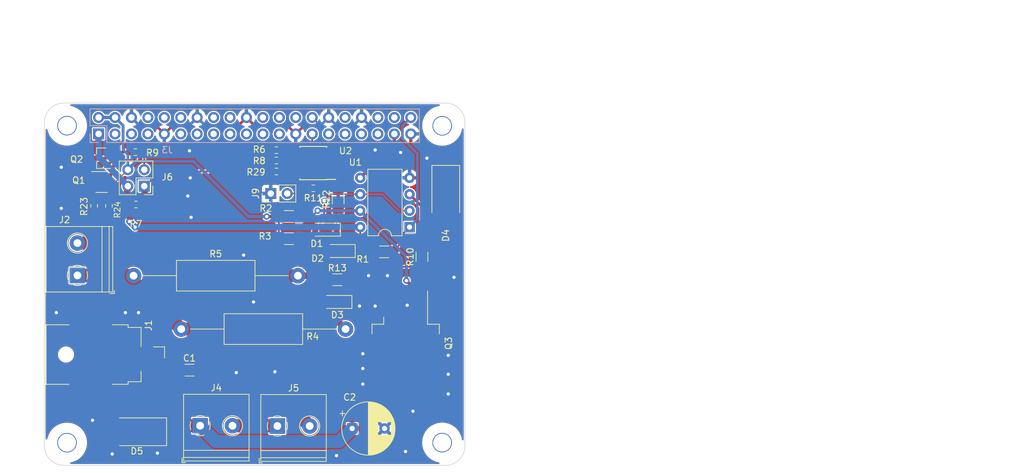
<source format=kicad_pcb>
(kicad_pcb (version 20211014) (generator pcbnew)
  (layers (0 "F.Cu" signal) (31 "B.Cu" signal) (34 "B.Paste" user) (35 "F.Paste" user) (36 "B.SilkS" user "B.Silkscreen") (37 "F.SilkS" user "F.Silkscreen") (38 "B.Mask" user) (39 "F.Mask" user) (44 "Edge.Cuts" user))
  (net 0 "")
  (net 1 "GND")
  (net 2 "/ID_SD_EEPROM")
  (net 3 "/ID_SC_EEPROM")
  (net 4 "Net-(Q1-Pad1)")
  (net 5 "Net-(Q2-Pad1)")
  (net 6 "/P3V3_HAT")
  (net 7 "/P5V_HAT")
  (net 8 "/P3V3")
  (net 9 "/P5V")
  (net 10 "Net-(J9-Pad2)")
  (net 11 "Net-(R12-Pad1)")
  (net 12 "/OFFSET_REF_V")
  (net 13 "Net-(D3-Pad1)")
  (net 14 "/LOOP_STATE")
  (net 15 "Net-(D4-Pad2)")
  (net 40 "/GPO26")
  (net 42 "/GPI21")
  (net 43 "Net-(J2-Pad1)")
  (net 44 "Net-(C1-Pad1)")
  (net 45 "Net-(J4-Pad2)")
  (net 46 "Net-(R2-Pad1)")
  (footprint "project_footprints:NPTH_3mm_ID" (layer "F.Cu") (at 82.04 64.31)
    (fp_text reference "H1" hide)
    (fp_text value "3mm_Mounting_Hole" hide)
    (pad "" np_thru_hole circle locked (at 0 0) (size 3 3) (drill 2.75) (layers *.Cu *.Mask) (clearance 1.6))
  )
  (footprint "project_footprints:NPTH_3mm_ID" (layer "F.Cu") (at 140.04 64.33)
    (fp_text reference "H2" hide)
    (fp_text value "3mm_Mounting_Hole" hide)
    (pad "" np_thru_hole circle locked (at 0 0) (size 3 3) (drill 2.75) (layers *.Cu *.Mask) (clearance 1.6))
  )
  (footprint "project_footprints:NPTH_3mm_ID" (layer "F.Cu") (at 82.04 113.32)
    (fp_text reference "H3" hide)
    (fp_text value "3mm_Mounting_Hole" hide)
    (pad "" np_thru_hole circle locked (at 0 0) (size 3 3) (drill 2.75) (layers *.Cu *.Mask) (clearance 1.6))
  )
  (footprint "project_footprints:NPTH_3mm_ID" (layer "F.Cu") (at 140.03 113.31)
    (fp_text reference "H4" hide)
    (fp_text value "3mm_Mounting_Hole" hide)
    (pad "" np_thru_hole circle locked (at 0 0) (size 3 3) (drill 2.75) (layers *.Cu *.Mask) (clearance 1.6))
  )
  (footprint "Resistor_SMD:R_0603_1608Metric_Pad0.84x1.00mm_HandSolder" (layer "F.Cu") (at 92.6 68.4)
    (fp_text reference "R9" (at 2.65 0.1) (layer "F.SilkS"))
    (fp_text value "DNP")
    (pad "1" smd rect locked (at -0.9625 0) (size 0.845 1) (layers "F.Cu" "F.Paste" "F.Mask") (net 7 "/P5V_HAT"))
    (pad "2" smd rect locked (at 0.9625 0) (size 0.845 1) (layers "F.Cu" "F.Paste" "F.Mask") (net 9 "/P5V"))
  )
  (footprint "Resistor_SMD:R_0603_1608Metric_Pad0.84x1.00mm_HandSolder" (layer "F.Cu") (at 92.7 76.5)
    (fp_text reference "R7" (at 0 3.002) (layer "F.SilkS"))
    (fp_text value "DNP")
    (pad "1" smd rect locked (at -0.9625 0) (size 0.845 1) (layers "F.Cu" "F.Paste" "F.Mask") (net 6 "/P3V3_HAT"))
    (pad "2" smd rect locked (at 0.9625 0) (size 0.845 1) (layers "F.Cu" "F.Paste" "F.Mask") (net 8 "/P3V3"))
  )
  (footprint "Resistor_SMD:R_0603_1608Metric_Pad0.84x1.00mm_HandSolder" (layer "F.Cu") (at 120.1 74)
    (fp_text reference "R11" (at 0 1.5) (layer "F.SilkS"))
    (fp_text value "DNP")
    (pad "1" smd rect locked (at -0.9625 0) (size 0.845 1) (layers "F.Cu" "F.Paste" "F.Mask") (net 10 "Net-(J9-Pad2)"))
    (pad "2" smd rect locked (at 0.9625 0) (size 0.845 1) (layers "F.Cu" "F.Paste" "F.Mask") (net 1 "GND"))
  )
  (footprint "Resistor_SMD:R_0603_1608Metric_Pad0.84x1.00mm_HandSolder" (layer "F.Cu") (at 86.233 76.708 -90)
    (fp_text reference "R23" (at 0.108 1.556 90) (layer "F.SilkS"))
    (fp_text value "10K")
    (pad "1" smd rect locked (at -0.9625 0 270) (size 0.845 1) (layers "F.Cu" "F.Paste" "F.Mask") (net 5 "Net-(Q2-Pad1)"))
    (pad "2" smd rect locked (at 0.9625 0 270) (size 0.845 1) (layers "F.Cu" "F.Paste" "F.Mask") (net 1 "GND"))
  )
  (footprint "Resistor_SMD:R_0603_1608Metric_Pad0.84x1.00mm_HandSolder" (layer "F.Cu") (at 88.519 76.708 -90)
    (fp_text reference "R24" (at 0.616 -1.3 -90) (layer "F.SilkS") (effects (font (size 0.9 0.9) (thickness 0.13))))
    (fp_text value "47K")
    (pad "1" smd rect locked (at -0.9625 0 270) (size 0.845 1) (layers "F.Cu" "F.Paste" "F.Mask") (net 4 "Net-(Q1-Pad1)"))
    (pad "2" smd rect locked (at 0.9625 0 270) (size 0.845 1) (layers "F.Cu" "F.Paste" "F.Mask") (net 1 "GND"))
  )
  (footprint "Resistor_SMD:R_0603_1608Metric_Pad0.84x1.00mm_HandSolder" (layer "F.Cu") (at 114.4 71.4)
    (fp_text reference "R29" (at -3.15 0.1) (layer "F.SilkS"))
    (fp_text value "10K")
    (pad "1" smd rect locked (at -0.9625 0) (size 0.845 1) (layers "F.Cu" "F.Paste" "F.Mask") (net 8 "/P3V3"))
    (pad "2" smd rect locked (at 0.9625 0) (size 0.845 1) (layers "F.Cu" "F.Paste" "F.Mask") (net 10 "Net-(J9-Pad2)"))
  )
  (footprint "Resistor_SMD:R_0603_1608Metric_Pad0.84x1.00mm_HandSolder" (layer "F.Cu") (at 114.4 69.7)
    (fp_text reference "R8" (at -2.65 0.05) (layer "F.SilkS"))
    (fp_text value "3.9K")
    (pad "1" smd rect locked (at -0.9625 0) (size 0.845 1) (layers "F.Cu" "F.Paste" "F.Mask") (net 8 "/P3V3"))
    (pad "2" smd rect locked (at 0.9625 0) (size 0.845 1) (layers "F.Cu" "F.Paste" "F.Mask") (net 3 "/ID_SC_EEPROM"))
  )
  (footprint "Package_TO_SOT_SMD:SOT-23-6" (layer "F.Cu") (at 87.376 73.025)
    (fp_text reference "Q2" (at -3.849 -3.504) (layer "F.SilkS"))
    (fp_text value "DMMT5401")
    (pad "1" smd rect locked (at -1.1 -0.95) (size 1.06 0.65) (layers "F.Cu" "F.Paste" "F.Mask") (net 5 "Net-(Q2-Pad1)"))
    (pad "2" smd rect locked (at -1.1 0) (size 1.06 0.65) (layers "F.Cu" "F.Paste" "F.Mask") (net 5 "Net-(Q2-Pad1)"))
    (pad "3" smd rect locked (at -1.1 0.95) (size 1.06 0.65) (layers "F.Cu" "F.Paste" "F.Mask") (net 5 "Net-(Q2-Pad1)"))
    (pad "4" smd rect locked (at 1.1 0.95) (size 1.06 0.65) (layers "F.Cu" "F.Paste" "F.Mask") (net 4 "Net-(Q1-Pad1)"))
    (pad "5" smd rect locked (at 1.1 0) (size 1.06 0.65) (layers "F.Cu" "F.Paste" "F.Mask") (net 7 "/P5V_HAT"))
    (pad "6" smd rect locked (at 1.1 -0.95) (size 1.06 0.65) (layers "F.Cu" "F.Paste" "F.Mask") (net 9 "/P5V"))
  )
  (footprint "Package_TO_SOT_SMD:SOT-23" (layer "F.Cu") (at 87.376 69.342 180)
    (fp_text reference "Q1" (at 3.526 -3.425 180) (layer "F.SilkS"))
    (fp_text value "DMG2305UX")
    (pad "1" smd rect locked (at -1 -0.95 180) (size 0.9 0.8) (layers "F.Cu" "F.Paste" "F.Mask") (net 4 "Net-(Q1-Pad1)"))
    (pad "2" smd rect locked (at -1 0.95 180) (size 0.9 0.8) (layers "F.Cu" "F.Paste" "F.Mask") (net 7 "/P5V_HAT"))
    (pad "3" smd rect locked (at 1 0 180) (size 0.9 0.8) (layers "F.Cu" "F.Paste" "F.Mask") (net 9 "/P5V"))
  )
  (footprint "Package_SOIC:SOIC-8_3.9x4.9mm_P1.27mm" (layer "F.Cu") (at 120.1 70.1 180)
    (fp_text reference "U2" (at -4.995 1.901 180) (layer "F.SilkS"))
    (fp_text value "CAT24C32")
    (pad "1" smd rect locked (at -2.7 -1.905 180) (size 1.55 0.6) (layers "F.Cu" "F.Paste" "F.Mask") (net 1 "GND"))
    (pad "2" smd rect locked (at -2.7 -0.635 180) (size 1.55 0.6) (layers "F.Cu" "F.Paste" "F.Mask") (net 1 "GND"))
    (pad "3" smd rect locked (at -2.7 0.635 180) (size 1.55 0.6) (layers "F.Cu" "F.Paste" "F.Mask") (net 1 "GND"))
    (pad "4" smd rect locked (at -2.7 1.905 180) (size 1.55 0.6) (layers "F.Cu" "F.Paste" "F.Mask") (net 1 "GND"))
    (pad "5" smd rect locked (at 2.7 1.905 180) (size 1.55 0.6) (layers "F.Cu" "F.Paste" "F.Mask") (net 2 "/ID_SD_EEPROM"))
    (pad "6" smd rect locked (at 2.7 0.635 180) (size 1.55 0.6) (layers "F.Cu" "F.Paste" "F.Mask") (net 3 "/ID_SC_EEPROM"))
    (pad "7" smd rect locked (at 2.7 -0.635 180) (size 1.55 0.6) (layers "F.Cu" "F.Paste" "F.Mask") (net 10 "Net-(J9-Pad2)"))
    (pad "8" smd rect locked (at 2.7 -1.905 180) (size 1.55 0.6) (layers "F.Cu" "F.Paste" "F.Mask") (net 8 "/P3V3"))
  )
  (footprint "Connector_PinHeader_2.54mm:PinHeader_2x02_P2.54mm_Vertical" (layer "F.Cu") (at 93.98 73.66 180)
    (fp_text reference "J6" (at -3.556 1.397 180) (layer "F.SilkS"))
    (fp_text value "CONN_02X02")
    (pad "1" thru_hole rect locked (at 0 0 180) (size 1.7 1.7) (drill 1) (layers *.Cu *.Mask) (net 8 "/P3V3"))
    (pad "2" thru_hole oval locked (at 2.54 0 180) (size 1.7 1.7) (drill 1) (layers *.Cu *.Mask) (net 6 "/P3V3_HAT"))
    (pad "3" thru_hole oval locked (at 0 2.54 180) (size 1.7 1.7) (drill 1) (layers *.Cu *.Mask) (net 9 "/P5V"))
    (pad "4" thru_hole oval locked (at 2.54 2.54 180) (size 1.7 1.7) (drill 1) (layers *.Cu *.Mask) (net 7 "/P5V_HAT"))
  )
  (footprint "Connector_PinHeader_2.54mm:PinHeader_1x02_P2.54mm_Vertical" (layer "F.Cu") (at 113.533 74.803 90)
    (fp_text reference "J9" (at 0 -2.33 90) (layer "F.SilkS"))
    (fp_text value "CONN_01X02")
    (pad "1" thru_hole rect locked (at 0 0 90) (size 1.7 1.7) (drill 1) (layers *.Cu *.Mask) (net 1 "GND"))
    (pad "2" thru_hole oval locked (at 0 2.54 90) (size 1.7 1.7) (drill 1) (layers *.Cu *.Mask) (net 10 "Net-(J9-Pad2)"))
  )
  (footprint "Resistor_SMD:R_0603_1608Metric_Pad0.84x1.00mm_HandSolder" (layer "F.Cu") (at 114.4 68.1)
    (fp_text reference "R6" (at -2.65 -0.1) (layer "F.SilkS"))
    (fp_text value "3.9K")
    (pad "1" smd rect locked (at -0.9625 0) (size 0.845 1) (layers "F.Cu" "F.Paste" "F.Mask") (net 8 "/P3V3"))
    (pad "2" smd rect locked (at 0.9625 0) (size 0.845 1) (layers "F.Cu" "F.Paste" "F.Mask") (net 2 "/ID_SD_EEPROM"))
  )
  (footprint "Resistor_SMD:R_1206_3216Metric_Pad1.30x1.75mm_HandSolder" (layer "F.Cu") (at 116.332 81.788)
    (fp_text reference "R3" (at -3.683 -0.381) (layer "F.SilkS"))
    (fp_text value "20.0k")
    (pad "1" smd roundrect (at -1.55 0) (size 1.3 1.75) (layers "F.Cu" "F.Paste" "F.Mask") (roundrect_rratio 0.1923076923) (net 7 "/P5V_HAT"))
    (pad "2" smd roundrect (at 1.55 0) (size 1.3 1.75) (layers "F.Cu" "F.Paste" "F.Mask") (roundrect_rratio 0.1923076923) (net 12 "/OFFSET_REF_V"))
  )
  (footprint "Diode_SMD:D_SOD-123" (layer "F.Cu") (at 122.047 80.391 180)
    (fp_text reference "D1" (at 1.397 -2.159) (layer "F.SilkS"))
    (fp_text value "MBR0560LT1G")
    (pad "1" smd rect (at -1.65 0 180) (size 0.9 1.2) (layers "F.Cu" "F.Paste" "F.Mask") (net 11 "Net-(R12-Pad1)"))
    (pad "2" smd rect (at 1.65 0 180) (size 0.9 1.2) (layers "F.Cu" "F.Paste" "F.Mask") (net 12 "/OFFSET_REF_V"))
  )
  (footprint "Resistor_THT:R_Axial_DIN0414_L11.9mm_D4.5mm_P25.40mm_Horizontal" (layer "F.Cu") (at 99.695 95.758)
    (fp_text reference "R4" (at 20.32 1.143) (layer "F.SilkS"))
    (fp_text value "R_US")
    (pad "1" thru_hole circle (at 0 0) (size 2.4 2.4) (drill 1.2) (layers *.Cu *.Mask) (net 43 "Net-(J2-Pad1)"))
    (pad "2" thru_hole oval (at 25.4 0) (size 2.4 2.4) (drill 1.2) (layers *.Cu *.Mask) (net 14 "/LOOP_STATE"))
  )
  (footprint "Connector_BarrelJack:BarrelJack_CUI_PJ-036AH-SMT_Horizontal" (layer "F.Cu") (at 88.884 99.695 -90)
    (fp_text reference "J1" (at -4.5 -5.75 90) (layer "F.SilkS"))
    (fp_text value "Conn_Coaxial_Power")
    (pad "" np_thru_hole circle (at 0 7 270) (size 2 2) (drill 2) (layers *.Cu *.Mask))
    (pad "1" smd rect (at 0.7 -5.8 270) (size 3.3 4.4) (layers "F.Cu" "F.Paste" "F.Mask") (net 44 "Net-(C1-Pad1)"))
    (pad "2" smd rect (at -6.45 3.2 270) (size 3.9 6.2) (layers "F.Cu" "F.Paste" "F.Mask") (net 1 "GND"))
    (pad "3" smd rect (at 6.45 3.2 270) (size 3.9 6.2) (layers "F.Cu" "F.Paste" "F.Mask"))
  )
  (footprint "Package_TO_SOT_SMD:TO-263-2" (layer "F.Cu") (at 134.385 97.959 -90)
    (fp_text reference "Q3" (at 0 -6.65 -90) (layer "F.SilkS"))
    (fp_text value "IRFS4321")
    (pad "1" smd rect (at -5.775 -2.54 270) (size 4.6 1.1) (layers "F.Cu" "F.Paste" "F.Mask") (net 46 "Net-(R2-Pad1)"))
    (pad "2" smd rect (at 3.375 0 270) (size 9.4 10.8) (layers "F.Cu" "F.Mask") (net 13 "Net-(D3-Pad1)"))
    (pad "3" smd rect (at -5.775 2.54 270) (size 4.6 1.1) (layers "F.Cu" "F.Paste" "F.Mask") (net 1 "GND"))
  )
  (footprint "Diode_SMD:D_SMB_Handsoldering" (layer "F.Cu") (at 140.589 75.057 -90)
    (fp_text reference "D4" (at 6.223 0 90) (layer "F.SilkS"))
    (fp_text value "1N4004")
    (pad "1" smd rect (at -2.7 0 270) (size 3.5 2.3) (layers "F.Cu" "F.Paste" "F.Mask") (net 1 "GND"))
    (pad "2" smd rect (at 2.7 0 270) (size 3.5 2.3) (layers "F.Cu" "F.Paste" "F.Mask") (net 15 "Net-(D4-Pad2)"))
  )
  (footprint "Resistor_SMD:R_1206_3216Metric_Pad1.30x1.75mm_HandSolder" (layer "F.Cu") (at 116.332 78.359 180)
    (fp_text reference "R2" (at 3.556 1.27) (layer "F.SilkS"))
    (fp_text value "20.0k")
    (pad "1" smd roundrect (at -1.55 0 180) (size 1.3 1.75) (layers "F.Cu" "F.Paste" "F.Mask") (roundrect_rratio 0.1923076923) (net 46 "Net-(R2-Pad1)"))
    (pad "2" smd roundrect (at 1.55 0 180) (size 1.3 1.75) (layers "F.Cu" "F.Paste" "F.Mask") (roundrect_rratio 0.1923076923) (net 7 "/P5V_HAT"))
  )
  (footprint "Resistor_SMD:R_1206_3216Metric_Pad1.30x1.75mm_HandSolder" (layer "F.Cu") (at 123.952 75.692 90)
    (fp_text reference "R12" (at 0 -1.82 90) (layer "F.SilkS"))
    (fp_text value "R_US")
    (pad "1" smd roundrect (at -1.55 0 90) (size 1.3 1.75) (layers "F.Cu" "F.Paste" "F.Mask") (roundrect_rratio 0.1923076923) (net 11 "Net-(R12-Pad1)"))
    (pad "2" smd roundrect (at 1.55 0 90) (size 1.3 1.75) (layers "F.Cu" "F.Paste" "F.Mask") (roundrect_rratio 0.1923076923) (net 1 "GND"))
  )
  (footprint "Capacitor_SMD:C_1206_3216Metric_Pad1.33x1.80mm_HandSolder" (layer "F.Cu") (at 100.965 102.108)
    (fp_text reference "C1" (at 0 -1.85) (layer "F.SilkS"))
    (fp_text value "0.1u")
    (pad "1" smd roundrect (at -1.5625 0) (size 1.325 1.8) (layers "F.Cu" "F.Paste" "F.Mask") (roundrect_rratio 0.1886792453) (net 44 "Net-(C1-Pad1)"))
    (pad "2" smd roundrect (at 1.5625 0) (size 1.325 1.8) (layers "F.Cu" "F.Paste" "F.Mask") (roundrect_rratio 0.1886792453) (net 1 "GND"))
  )
  (footprint "Capacitor_THT:CP_Radial_D8.0mm_P5.00mm" (layer "F.Cu") (at 126.121349 111.125)
    (fp_text reference "C2" (at -0.391349 -4.826) (layer "F.SilkS"))
    (fp_text value "10uf")
    (pad "1" thru_hole rect (at 0 0) (size 1.6 1.6) (drill 0.8) (layers *.Cu *.Mask) (net 44 "Net-(C1-Pad1)"))
    (pad "2" thru_hole circle (at 5 0) (size 1.6 1.6) (drill 0.8) (layers *.Cu *.Mask) (net 1 "GND"))
  )
  (footprint "Package_DIP:DIP-8_W7.62mm" (layer "F.Cu") (at 134.991 80 180)
    (fp_text reference "U1" (at 8.372 10.023) (layer "F.SilkS"))
    (fp_text value "LM393DR")
    (pad "1" thru_hole rect (at 0 0 180) (size 1.6 1.6) (drill 0.8) (layers *.Cu *.Mask) (net 42 "/GPI21"))
    (pad "2" thru_hole oval (at 0 2.54 180) (size 1.6 1.6) (drill 0.8) (layers *.Cu *.Mask) (net 12 "/OFFSET_REF_V"))
    (pad "3" thru_hole oval (at 0 5.08 180) (size 1.6 1.6) (drill 0.8) (layers *.Cu *.Mask) (net 15 "Net-(D4-Pad2)"))
    (pad "4" thru_hole oval (at 0 7.62 180) (size 1.6 1.6) (drill 0.8) (layers *.Cu *.Mask) (net 1 "GND"))
    (pad "5" thru_hole oval (at 7.62 7.62 180) (size 1.6 1.6) (drill 0.8) (layers *.Cu *.Mask) (net 40 "/GPO26"))
    (pad "6" thru_hole oval (at 7.62 5.08 180) (size 1.6 1.6) (drill 0.8) (layers *.Cu *.Mask) (net 12 "/OFFSET_REF_V"))
    (pad "7" thru_hole oval (at 7.62 2.54 180) (size 1.6 1.6) (drill 0.8) (layers *.Cu *.Mask) (net 46 "Net-(R2-Pad1)"))
    (pad "8" thru_hole oval (at 7.62 0 180) (size 1.6 1.6) (drill 0.8) (layers *.Cu *.Mask) (net 6 "/P3V3_HAT"))
  )
  (footprint "Resistor_SMD:R_1206_3216Metric_Pad1.30x1.75mm_HandSolder" (layer "F.Cu") (at 136.906 84.582 90)
    (fp_text reference "R10" (at 0 -1.82 90) (layer "F.SilkS"))
    (fp_text value "20.0k")
    (pad "1" smd roundrect (at -1.55 0 90) (size 1.3 1.75) (layers "F.Cu" "F.Paste" "F.Mask") (roundrect_rratio 0.1923076923) (net 14 "/LOOP_STATE"))
    (pad "2" smd roundrect (at 1.55 0 90) (size 1.3 1.75) (layers "F.Cu" "F.Paste" "F.Mask") (roundrect_rratio 0.1923076923) (net 15 "Net-(D4-Pad2)"))
  )
  (footprint "TerminalBlock_Philmore:TerminalBlock_Philmore_TB132_1x02_P5.00mm_Horizontal" (layer "F.Cu") (at 83.647 87.463 90)
    (fp_text reference "J2" (at 8.596 -1.986 180) (layer "F.SilkS"))
    (fp_text value "Screw_Terminal_01x02")
    (pad "1" thru_hole rect (at 0 0 90) (size 2.4 2.4) (drill 1.2) (layers *.Cu *.Mask) (net 43 "Net-(J2-Pad1)"))
    (pad "2" thru_hole circle (at 5 0 90) (size 2.4 2.4) (drill 1.2) (layers *.Cu *.Mask) (net 14 "/LOOP_STATE"))
  )
  (footprint "Resistor_THT:R_Axial_DIN0414_L11.9mm_D4.5mm_P25.40mm_Horizontal" (layer "F.Cu") (at 92.329 87.503)
    (fp_text reference "R5" (at 12.7 -3.37) (layer "F.SilkS"))
    (fp_text value "R_US")
    (pad "1" thru_hole circle (at 0 0) (size 2.4 2.4) (drill 1.2) (layers *.Cu *.Mask) (net 43 "Net-(J2-Pad1)"))
    (pad "2" thru_hole oval (at 25.4 0) (size 2.4 2.4) (drill 1.2) (layers *.Cu *.Mask) (net 14 "/LOOP_STATE"))
  )
  (footprint "TerminalBlock_Philmore:TerminalBlock_Philmore_TB132_1x02_P5.00mm_Horizontal" (layer "F.Cu") (at 102.616 110.698)
    (fp_text reference "J4" (at 2.5 -5.86) (layer "F.SilkS"))
    (fp_text value "Screw_Terminal_01x02")
    (pad "1" thru_hole rect (at 0 0) (size 2.4 2.4) (drill 1.2) (layers *.Cu *.Mask) (net 44 "Net-(C1-Pad1)"))
    (pad "2" thru_hole circle (at 5 0) (size 2.4 2.4) (drill 1.2) (layers *.Cu *.Mask) (net 45 "Net-(J4-Pad2)"))
  )
  (footprint "TerminalBlock_Philmore:TerminalBlock_Philmore_TB132_1x02_P5.00mm_Horizontal" (layer "F.Cu") (at 114.554 110.744)
    (fp_text reference "J5" (at 2.5 -5.86) (layer "F.SilkS"))
    (fp_text value "Screw_Terminal_01x02")
    (pad "1" thru_hole rect (at 0 0) (size 2.4 2.4) (drill 1.2) (layers *.Cu *.Mask) (net 45 "Net-(J4-Pad2)"))
    (pad "2" thru_hole circle (at 5 0) (size 2.4 2.4) (drill 1.2) (layers *.Cu *.Mask) (net 43 "Net-(J2-Pad1)"))
  )
  (footprint "Diode_SMD:D_SOD-123" (layer "F.Cu") (at 124.333 83.693 180)
    (fp_text reference "D2" (at 3.556 -1.143) (layer "F.SilkS"))
    (fp_text value "MBR0560LT1G")
    (pad "1" smd rect (at -1.65 0 180) (size 0.9 1.2) (layers "F.Cu" "F.Paste" "F.Mask") (net 1 "GND"))
    (pad "2" smd rect (at 1.65 0 180) (size 0.9 1.2) (layers "F.Cu" "F.Paste" "F.Mask") (net 11 "Net-(R12-Pad1)"))
  )
  (footprint "Diode_SMD:D_SOD-123" (layer "F.Cu") (at 123.825 91.567 180)
    (fp_text reference "D3" (at 0 -2) (layer "F.SilkS"))
    (fp_text value "MBR0560LT1G")
    (pad "1" smd rect (at -1.65 0 180) (size 0.9 1.2) (layers "F.Cu" "F.Paste" "F.Mask") (net 13 "Net-(D3-Pad1)"))
    (pad "2" smd rect (at 1.65 0 180) (size 0.9 1.2) (layers "F.Cu" "F.Paste" "F.Mask") (net 14 "/LOOP_STATE"))
  )
  (footprint "Resistor_SMD:R_1206_3216Metric_Pad1.30x1.75mm_HandSolder" (layer "F.Cu") (at 123.825 88.138)
    (fp_text reference "R13" (at 0 -1.82) (layer "F.SilkS"))
    (fp_text value "20.0k")
    (pad "1" smd roundrect (at -1.55 0) (size 1.3 1.75) (layers "F.Cu" "F.Paste" "F.Mask") (roundrect_rratio 0.1923076923) (net 14 "/LOOP_STATE"))
    (pad "2" smd roundrect (at 1.55 0) (size 1.3 1.75) (layers "F.Cu" "F.Paste" "F.Mask") (roundrect_rratio 0.1923076923) (net 13 "Net-(D3-Pad1)"))
  )
  (footprint "Diode_SMD:D_SMB_Handsoldering" (layer "F.Cu") (at 92.837 111.633 180)
    (fp_text reference "D5" (at 0 -3) (layer "F.SilkS"))
    (fp_text value "1N4004")
    (pad "1" smd rect (at -2.7 0 180) (size 3.5 2.3) (layers "F.Cu" "F.Paste" "F.Mask") (net 44 "Net-(C1-Pad1)"))
    (pad "2" smd rect (at 2.7 0 180) (size 3.5 2.3) (layers "F.Cu" "F.Paste" "F.Mask") (net 1 "GND"))
  )
  (footprint "Resistor_SMD:R_1206_3216Metric_Pad1.30x1.75mm_HandSolder" (layer "F.Cu") (at 131.064 83.82)
    (fp_text reference "R1" (at -3.302 1.143) (layer "F.SilkS"))
    (fp_text value "20.0k")
    (pad "1" smd roundrect (at -1.55 0) (size 1.3 1.75) (layers "F.Cu" "F.Paste" "F.Mask") (roundrect_rratio 0.1923076923) (net 6 "/P3V3_HAT"))
    (pad "2" smd roundrect (at 1.55 0) (size 1.3 1.75) (layers "F.Cu" "F.Paste" "F.Mask") (roundrect_rratio 0.1923076923) (net 42 "/GPI21"))
  )
  (footprint "Connector_PinSocket_2.54mm:PinSocket_2x20_P2.54mm_Vertical" (layer "B.Cu") (at 86.92 65.59 -90)
    (fp_text reference "J3" (at 2.482 -10.616) (layer "B.SilkS") (effects (justify mirror)))
    (fp_text value "PI40HAT")
    (pad "1" thru_hole rect locked (at 0 0 270) (size 1.7 1.7) (drill 1) (layers *.Cu *.Mask) (net 6 "/P3V3_HAT"))
    (pad "2" thru_hole oval locked (at -2.54 0 270) (size 1.7 1.7) (drill 1) (layers *.Cu *.Mask) (net 7 "/P5V_HAT"))
    (pad "3" thru_hole oval locked (at 0 -2.54 270) (size 1.7 1.7) (drill 1) (layers *.Cu *.Mask))
    (pad "4" thru_hole oval locked (at -2.54 -2.54 270) (size 1.7 1.7) (drill 1) (layers *.Cu *.Mask) (net 7 "/P5V_HAT"))
    (pad "5" thru_hole oval locked (at 0 -5.08 270) (size 1.7 1.7) (drill 1) (layers *.Cu *.Mask))
    (pad "6" thru_hole oval locked (at -2.54 -5.08 270) (size 1.7 1.7) (drill 1) (layers *.Cu *.Mask) (net 1 "GND"))
    (pad "7" thru_hole oval locked (at 0 -7.62 270) (size 1.7 1.7) (drill 1) (layers *.Cu *.Mask))
    (pad "8" thru_hole oval locked (at -2.54 -7.62 270) (size 1.7 1.7) (drill 1) (layers *.Cu *.Mask))
    (pad "9" thru_hole oval locked (at 0 -10.16 270) (size 1.7 1.7) (drill 1) (layers *.Cu *.Mask) (net 1 "GND"))
    (pad "10" thru_hole oval locked (at -2.54 -10.16 270) (size 1.7 1.7) (drill 1) (layers *.Cu *.Mask))
    (pad "11" thru_hole oval locked (at 0 -12.7 270) (size 1.7 1.7) (drill 1) (layers *.Cu *.Mask))
    (pad "12" thru_hole oval locked (at -2.54 -12.7 270) (size 1.7 1.7) (drill 1) (layers *.Cu *.Mask))
    (pad "13" thru_hole oval locked (at 0 -15.24 270) (size 1.7 1.7) (drill 1) (layers *.Cu *.Mask))
    (pad "14" thru_hole oval locked (at -2.54 -15.24 270) (size 1.7 1.7) (drill 1) (layers *.Cu *.Mask) (net 1 "GND"))
    (pad "15" thru_hole oval locked (at 0 -17.78 270) (size 1.7 1.7) (drill 1) (layers *.Cu *.Mask))
    (pad "16" thru_hole oval locked (at -2.54 -17.78 270) (size 1.7 1.7) (drill 1) (layers *.Cu *.Mask))
    (pad "17" thru_hole oval locked (at 0 -20.32 270) (size 1.7 1.7) (drill 1) (layers *.Cu *.Mask))
    (pad "18" thru_hole oval locked (at -2.54 -20.32 270) (size 1.7 1.7) (drill 1) (layers *.Cu *.Mask))
    (pad "19" thru_hole oval locked (at 0 -22.86 270) (size 1.7 1.7) (drill 1) (layers *.Cu *.Mask))
    (pad "20" thru_hole oval locked (at -2.54 -22.86 270) (size 1.7 1.7) (drill 1) (layers *.Cu *.Mask) (net 1 "GND"))
    (pad "21" thru_hole oval locked (at 0 -25.4 270) (size 1.7 1.7) (drill 1) (layers *.Cu *.Mask))
    (pad "22" thru_hole oval locked (at -2.54 -25.4 270) (size 1.7 1.7) (drill 1) (layers *.Cu *.Mask))
    (pad "23" thru_hole oval locked (at 0 -27.94 270) (size 1.7 1.7) (drill 1) (layers *.Cu *.Mask))
    (pad "24" thru_hole oval locked (at -2.54 -27.94 270) (size 1.7 1.7) (drill 1) (layers *.Cu *.Mask))
    (pad "25" thru_hole oval locked (at 0 -30.48 270) (size 1.7 1.7) (drill 1) (layers *.Cu *.Mask) (net 1 "GND"))
    (pad "26" thru_hole oval locked (at -2.54 -30.48 270) (size 1.7 1.7) (drill 1) (layers *.Cu *.Mask))
    (pad "27" thru_hole oval locked (at 0 -33.02 270) (size 1.7 1.7) (drill 1) (layers *.Cu *.Mask) (net 2 "/ID_SD_EEPROM"))
    (pad "28" thru_hole oval locked (at -2.54 -33.02 270) (size 1.7 1.7) (drill 1) (layers *.Cu *.Mask) (net 3 "/ID_SC_EEPROM"))
    (pad "29" thru_hole oval locked (at 0 -35.56 270) (size 1.7 1.7) (drill 1) (layers *.Cu *.Mask))
    (pad "30" thru_hole oval locked (at -2.54 -35.56 270) (size 1.7 1.7) (drill 1) (layers *.Cu *.Mask) (net 1 "GND"))
    (pad "31" thru_hole oval locked (at 0 -38.1 270) (size 1.7 1.7) (drill 1) (layers *.Cu *.Mask))
    (pad "32" thru_hole oval locked (at -2.54 -38.1 270) (size 1.7 1.7) (drill 1) (layers *.Cu *.Mask))
    (pad "33" thru_hole oval locked (at 0 -40.64 270) (size 1.7 1.7) (drill 1) (layers *.Cu *.Mask))
    (pad "34" thru_hole oval locked (at -2.54 -40.64 270) (size 1.7 1.7) (drill 1) (layers *.Cu *.Mask) (net 1 "GND"))
    (pad "35" thru_hole oval locked (at 0 -43.18 270) (size 1.7 1.7) (drill 1) (layers *.Cu *.Mask))
    (pad "36" thru_hole oval locked (at -2.54 -43.18 270) (size 1.7 1.7) (drill 1) (layers *.Cu *.Mask))
    (pad "37" thru_hole oval locked (at 0 -45.72 270) (size 1.7 1.7) (drill 1) (layers *.Cu *.Mask) (net 40 "/GPO26"))
    (pad "38" thru_hole oval locked (at -2.54 -45.72 270) (size 1.7 1.7) (drill 1) (layers *.Cu *.Mask))
    (pad "39" thru_hole oval locked (at 0 -48.26 270) (size 1.7 1.7) (drill 1) (layers *.Cu *.Mask) (net 1 "GND"))
    (pad "40" thru_hole oval locked (at -2.54 -48.26 270) (size 1.7 1.7) (drill 1) (layers *.Cu *.Mask) (net 42 "/GPI21"))
  )
  (gr_arc (start 143.546351 113.822847) (mid 142.665824 115.940781) (end 140.546356 116.817611) (layer "Edge.Cuts") (width 0.1))
  (gr_arc (start 140.546356 60.817611) (mid 142.667676 61.696291) (end 143.546356 63.817611) (layer "Edge.Cuts") (width 0.1))
  (gr_line (start 140.546356 60.817611) (end 81.546356 60.817611) (layer "Edge.Cuts") (width 0.1))
  (gr_line (start 143.546356 113.817611) (end 143.546356 63.817611) (layer "Edge.Cuts") (width 0.1))
  (gr_line (start 81.546356 116.817611) (end 140.546356 116.817611) (layer "Edge.Cuts") (width 0.1))
  (gr_line (start 78.546356 63.817611) (end 78.546356 113.817611) (layer "Edge.Cuts") (width 0.1))
  (gr_arc (start 78.546356 63.817611) (mid 79.425036 61.696291) (end 81.546356 60.817611) (layer "Edge.Cuts") (width 0.1))
  (gr_arc (start 81.546356 116.817611) (mid 79.425036 115.938931) (end 78.546356 113.817611) (layer "Edge.Cuts") (width 0.1))
  (segment (start 97.08 65.59) (end 95.830489 64.340489) (width 0.4) (layer "F.Cu") (net 1))
  (segment (start 117.4 65.59) (end 116.150489 64.340489) (width 0.4) (layer "F.Cu") (net 1))
  (segment (start 103.450489 64.340489) (end 102.16 63.05) (width 0.4) (layer "F.Cu") (net 1))
  (segment (start 119.98799 61.341) (end 122.428 61.341) (width 0.25) (layer "F.Cu") (net 1))
  (segment (start 109.78 63.05) (end 108.489511 64.340489) (width 0.4) (layer "F.Cu") (net 1))
  (segment (start 118.728 64.262) (end 118.728 62.60099) (width 0.25) (layer "F.Cu") (net 1))
  (segment (start 100.869511 64.340489) (end 102.16 63.05) (width 0.4) (layer "F.Cu") (net 1))
  (segment (start 97.08 65.59) (end 98.329511 64.340489) (width 0.4) (layer "F.Cu") (net 1))
  (segment (start 108.489511 64.340489) (end 103.450489 64.340489) (width 0.4) (layer "F.Cu") (net 1))
  (segment (start 127.56 63.05) (end 128.772 64.262) (width 0.4) (layer "F.Cu") (net 1))
  (segment (start 117.4 65.59) (end 118.728 64.262) (width 0.4) (layer "F.Cu") (net 1))
  (segment (start 95.830489 64.340489) (end 93.290489 64.340489) (width 0.4) (layer "F.Cu") (net 1))
  (segment (start 93.290489 64.340489) (end 92 63.05) (width 0.4) (layer "F.Cu") (net 1))
  (segment (start 116.150489 64.340489) (end 111.070489 64.340489) (width 0.4) (layer "F.Cu") (net 1))
  (segment (start 98.329511 64.340489) (end 100.869511 64.340489) (width 0.4) (layer "F.Cu") (net 1))
  (segment (start 118.728 62.60099) (end 119.98799 61.341) (width 0.25) (layer "F.Cu") (net 1))
  (segment (start 111.070489 64.340489) (end 109.78 63.05) (width 0.4) (layer "F.Cu") (net 1))
  (segment (start 127.56 63.05) (end 126.365 64.245) (width 0.4) (layer "F.Cu") (net 1))
  (segment (start 122.48 63.05) (end 123.692 64.262) (width 0.4) (layer "F.Cu") (net 1))
  (via (at 96.012 114.935) (size 1) (drill 0.5) (layers "F.Cu" "B.Cu") (net 1))
  (via (at 93.091 93.218) (size 1) (drill 0.5) (layers "F.Cu" "B.Cu") (net 1))
  (via (at 127.762 104.267) (size 1) (drill 0.5) (layers "F.Cu" "B.Cu") (net 1))
  (via (at 127.254 92.202) (size 1) (drill 0.5) (layers "F.Cu" "B.Cu") (net 1))
  (via (at 137.668 69.342) (size 1) (drill 0.5) (layers "F.Cu" "B.Cu") (net 1))
  (via (at 134.62 92.075) (size 1) (drill 0.5) (layers "F.Cu" "B.Cu") (net 1))
  (via (at 127.762 101.854) (size 1) (drill 0.5) (layers "F.Cu" "B.Cu") (net 1))
  (via (at 100.711 75.184) (size 1) (drill 0.5) (layers "F.Cu" "B.Cu") (net 1))
  (via (at 80.391 93.218) (size 1) (drill 0.5) (layers "F.Cu" "B.Cu") (net 1))
  (via (at 101.092 72.39) (size 1) (drill 0.5) (layers "F.Cu" "B.Cu") (net 1))
  (via (at 89.027 115.062) (size 1) (drill 0.5) (layers "F.Cu" "B.Cu") (net 1))
  (via (at 133.604 68.453) (size 1) (drill 0.5) (layers "F.Cu" "B.Cu") (net 1))
  (via (at 109.347 84.328) (size 1) (drill 0.5) (layers "F.Cu" "B.Cu") (net 1))
  (via (at 101.219 78.486) (size 1) (drill 0.5) (layers "F.Cu" "B.Cu") (net 1))
  (via (at 85.979 109.855) (size 1) (drill 0.5) (layers "F.Cu" "B.Cu") (net 1))
  (via (at 81.153 77.089) (size 1) (drill 0.5) (layers "F.Cu" "B.Cu") (net 1))
  (via (at 123.698 115.316) (size 1) (drill 0.5) (layers "F.Cu" "B.Cu") (net 1))
  (via (at 140.97 99.822) (size 1) (drill 0.5) (layers "F.Cu" "B.Cu") (net 1))
  (via (at 141.859 87.757) (size 1) (drill 0.5) (layers "F.Cu" "B.Cu") (net 1))
  (via (at 128.651 87.503) (size 1) (drill 0.5) (layers "F.Cu" "B.Cu") (net 1))
  (via (at 131.572 87.503) (size 1) (drill 0.5) (layers "F.Cu" "B.Cu") (net 1))
  (via (at 100.965 68.199) (size 1) (drill 0.5) (layers "F.Cu" "B.Cu") (net 1))
  (via (at 81.153 70.739) (size 1) (drill 0.5) (layers "F.Cu" "B.Cu") (net 1))
  (via (at 135.509 108.458) (size 1) (drill 0.5) (layers "F.Cu" "B.Cu") (net 1))
  (via (at 127.762 99.568) (size 1) (drill 0.5) (layers "F.Cu" "B.Cu") (net 1))
  (via (at 91.059 93.218) (size 1) (drill 0.5) (layers "F.Cu" "B.Cu") (net 1))
  (via (at 114.173 102.362) (size 1) (drill 0.5) (layers "F.Cu" "B.Cu") (net 1))
  (via (at 108.204 102.489) (size 1) (drill 0.5) (layers "F.Cu" "B.Cu") (net 1))
  (via (at 140.97 105.791) (size 1) (drill 0.5) (layers "F.Cu" "B.Cu") (net 1))
  (via (at 129.667 92.202) (size 1) (drill 0.5) (layers "F.Cu" "B.Cu") (net 1))
  (via (at 140.97 102.743) (size 1) (drill 0.5) (layers "F.Cu" "B.Cu") (net 1))
  (via (at 134.366 114.681) (size 1) (drill 0.5) (layers "F.Cu" "B.Cu") (net 1))
  (via (at 129.667 68.072) (size 1) (drill 0.5) (layers "F.Cu" "B.Cu") (net 1))
  (via (at 110.871 91.567) (size 1) (drill 0.5) (layers "F.Cu" "B.Cu") (net 1))
  (segment (start 102.16 63.05) (end 100.965 64.245) (width 0.4) (layer "B.Cu") (net 1))
  (segment (start 127.56 63.05) (end 128.772 64.262) (width 0.4) (layer "B.Cu") (net 1))
  (segment (start 127.56 63.05) (end 126.365 64.245) (width 0.4) (layer "B.Cu") (net 1))
  (segment (start 92 63.05) (end 93.212 64.262) (width 0.4) (layer "B.Cu") (net 1))
  (segment (start 102.16 63.05) (end 103.372 64.262) (width 0.4) (layer "B.Cu") (net 1))
  (segment (start 122.48 63.05) (end 123.692 64.262) (width 0.4) (layer "B.Cu") (net 1))
  (segment (start 122.48 63.05) (end 121.285 64.245) (width 0.4) (layer "B.Cu") (net 1))
  (segment (start 119.94 65.59) (end 119.94 67.258) (width 0.25) (layer "F.Cu") (net 2))
  (segment (start 118.995 68.195) (end 117.4 68.195) (width 0.25) (layer "F.Cu") (net 2))
  (segment (start 119.94 67.258) (end 118.999 68.199) (width 0.25) (layer "F.Cu") (net 2))
  (segment (start 118.999 68.199) (end 118.995 68.195) (width 0.25) (layer "F.Cu") (net 2))
  (segment (start 115.4575 68.195) (end 115.3625 68.1) (width 0.15) (layer "F.Cu") (net 2))
  (segment (start 117.4 68.195) (end 115.4575 68.195) (width 0.25) (layer "F.Cu") (net 2))
  (segment (start 115.635 69.565) (end 115.5 69.7) (width 0.15) (layer "F.Cu") (net 3))
  (segment (start 118.495 69.465) (end 117.4 69.465) (width 0.25) (layer "F.Cu") (net 3))
  (segment (start 121.114511 64.224511) (end 121.114511 66.845489) (width 0.25) (layer "F.Cu") (net 3))
  (segment (start 119.94 63.05) (end 121.114511 64.224511) (width 0.25) (layer "F.Cu") (net 3))
  (segment (start 121.114511 66.845489) (end 118.495 69.465) (width 0.25) (layer "F.Cu") (net 3))
  (segment (start 117.4 69.465) (end 115.5975 69.465) (width 0.25) (layer "F.Cu") (net 3))
  (segment (start 115.5975 69.465) (end 115.3625 69.7) (width 0.15) (layer "F.Cu") (net 3))
  (segment (start 87.437 73.975) (end 87.376 73.914) (width 0.15) (layer "F.Cu") (net 4))
  (segment (start 88.519 74.018) (end 88.476 73.975) (width 0.15) (layer "F.Cu") (net 4))
  (segment (start 87.376 73.914) (end 87.376 71.292) (width 0.15) (layer "F.Cu") (net 4))
  (segment (start 87.376 71.292) (end 88.376 70.292) (width 0.15) (layer "F.Cu") (net 4))
  (segment (start 88.519 75.7455) (end 88.519 74.018) (width 0.15) (layer "F.Cu") (net 4))
  (segment (start 88.476 73.975) (end 87.437 73.975) (width 0.15) (layer "F.Cu") (net 4))
  (segment (start 86.276 73.975) (end 86.276 75.7025) (width 0.15) (layer "F.Cu") (net 5))
  (segment (start 86.276 72.075) (end 86.276 73.025) (width 0.15) (layer "F.Cu") (net 5))
  (segment (start 86.276 73.025) (end 86.276 73.975) (width 0.15) (layer "F.Cu") (net 5))
  (segment (start 86.276 75.7025) (end 86.233 75.7455) (width 0.15) (layer "F.Cu") (net 5))
  (segment (start 91.35 73.75) (end 91.44 73.66) (width 0.25) (layer "F.Cu") (net 6))
  (segment (start 91.7375 76.5) (end 91.7375 79.1645) (width 1) (layer "F.Cu") (net 6))
  (segment (start 127.371 80) (end 127.371 81.397) (width 0.25) (layer "F.Cu") (net 6))
  (segment (start 128.905 82.931) (end 128.905 83.211) (width 0.25) (layer "F.Cu") (net 6))
  (segment (start 91.35 76.5) (end 91.35 73.75) (width 1) (layer "F.Cu") (net 6))
  (segment (start 128.905 83.211) (end 129.514 83.82) (width 0.25) (layer "F.Cu") (net 6))
  (segment (start 127.371 81.397) (end 128.905 82.931) (width 0.25) (layer "F.Cu") (net 6))
  (segment (start 91.694 79.121) (end 92.573 80) (width 1) (layer "F.Cu") (net 6))
  (via (at 92.573 80) (size 1) (drill 0.5) (layers "F.Cu" "B.Cu") (net 6))
  (via (at 91.694 79.121) (size 1) (drill 0.5) (layers "F.Cu" "B.Cu") (net 6))
  (segment (start 86.92 65.59) (end 86.92 69.14) (width 1) (layer "B.Cu") (net 6))
  (segment (start 127.371 80) (end 92.573 80) (width 1) (layer "B.Cu") (net 6))
  (segment (start 86.92 69.14) (end 91.44 73.66) (width 1) (layer "B.Cu") (net 6))
  (segment (start 92.573 80) (end 91.694 79.121) (width 1) (layer "B.Cu") (net 6))
  (segment (start 114.782 81.788) (end 114.782 78.359) (width 0.25) (layer "F.Cu") (net 7))
  (segment (start 90.104 68.392) (end 91.6295 68.392) (width 0.4) (layer "F.Cu") (net 7))
  (segment (start 89.535 73.025) (end 91.44 71.12) (width 0.15) (layer "F.Cu") (net 7))
  (segment (start 90.104 67.312022) (end 90.709511 66.706511) (width 0.4) (layer "F.Cu") (net 7))
  (segment (start 90.709511 64.299511) (end 90.709511 66.706511) (width 0.4) (layer "F.Cu") (net 7))
  (segment (start 89.46 63.05) (end 90.709511 64.299511) (width 0.4) (layer "F.Cu") (net 7))
  (segment (start 89.46 63.05) (end 86.92 63.05) (width 0.5) (layer "F.Cu") (net 7))
  (segment (start 88.476 73.025) (end 89.535 73.025) (width 0.15) (layer "F.Cu") (net 7))
  (segment (start 112.903 78.359) (end 114.782 78.359) (width 0.5) (layer "F.Cu") (net 7))
  (segment (start 90.104 68.392) (end 90.104 67.312022) (width 0.4) (layer "F.Cu") (net 7))
  (segment (start 88.376 68.392) (end 90.104 68.392) (width 0.4) (layer "F.Cu") (net 7))
  (via (at 112.903 78.359) (size 1) (drill 0.5) (layers "F.Cu" "B.Cu") (net 7))
  (segment (start 101.570489 69.820489) (end 110.109 78.359) (width 0.5) (layer "B.Cu") (net 7))
  (segment (start 91.44 71.12) (end 92.739511 69.820489) (width 0.5) (layer "B.Cu") (net 7))
  (segment (start 89.46 63.05) (end 90.709511 64.299511) (width 0.4) (layer "B.Cu") (net 7))
  (segment (start 91.44 68.770978) (end 90.709511 68.040489) (width 0.4) (layer "B.Cu") (net 7))
  (segment (start 110.109 78.359) (end 112.903 78.359) (width 0.5) (layer "B.Cu") (net 7))
  (segment (start 90.709511 64.299511) (end 90.709511 68.040489) (width 0.4) (layer "B.Cu") (net 7))
  (segment (start 91.44 71.12) (end 91.44 68.770978) (width 0.4) (layer "B.Cu") (net 7))
  (segment (start 92.739511 69.820489) (end 101.570489 69.820489) (width 0.5) (layer "B.Cu") (net 7))
  (segment (start 89.46 63.05) (end 86.92 63.05) (width 0.5) (layer "B.Cu") (net 7))
  (segment (start 94.05 73.73) (end 93.98 73.66) (width 0.15) (layer "F.Cu") (net 8))
  (segment (start 113.4375 71.4) (end 113.4375 69.7) (width 0.25) (layer "F.Cu") (net 8))
  (segment (start 113.4375 68.1) (end 113.4375 69.7) (width 0.25) (layer "F.Cu") (net 8))
  (segment (start 96.38 71.4) (end 113.4375 71.4) (width 0.25) (layer "F.Cu") (net 8))
  (segment (start 94.05 73.73) (end 96.38 71.4) (width 0.25) (layer "F.Cu") (net 8))
  (segment (start 114.262011 72.224511) (end 117.180489 72.224511) (width 0.25) (layer "F.Cu") (net 8))
  (segment (start 94.05 76.5) (end 94.05 73.73) (width 1) (layer "F.Cu") (net 8))
  (segment (start 113.4375 71.4) (end 114.262011 72.224511) (width 0.25) (layer "F.Cu") (net 8))
  (segment (start 117.180489 72.224511) (end 117.4 72.005) (width 0.25) (layer "F.Cu") (net 8))
  (segment (start 93.98 68.43) (end 93.95 68.4) (width 0.25) (layer "F.Cu") (net 9))
  (segment (start 89.225511 71.325489) (end 89.225511 69.691) (width 0.4) (layer "F.Cu") (net 9))
  (segment (start 92.2715 69.691) (end 93.5625 68.4) (width 0.4) (layer "F.Cu") (net 9))
  (segment (start 88.476 72.075) (end 89.225511 71.325489) (width 0.4) (layer "F.Cu") (net 9))
  (segment (start 88.876511 69.342) (end 86.376 69.342) (width 0.4) (layer "F.Cu") (net 9))
  (segment (start 89.225511 69.691) (end 88.876511 69.342) (width 0.4) (layer "F.Cu") (net 9))
  (segment (start 93.98 71.12) (end 93.98 68.43) (width 0.25) (layer "F.Cu") (net 9))
  (segment (start 89.225511 69.691) (end 92.2715 69.691) (width 0.4) (layer "F.Cu") (net 9))
  (segment (start 115.3625 71.4) (end 116.0275 70.735) (width 0.25) (layer "F.Cu") (net 10))
  (segment (start 116.073 74.803) (end 118.3345 74.803) (width 0.25) (layer "F.Cu") (net 10))
  (segment (start 116.0275 70.735) (end 117.4 70.735) (width 0.25) (layer "F.Cu") (net 10))
  (segment (start 117.4 70.735) (end 117.875 70.735) (width 0.25) (layer "F.Cu") (net 10))
  (segment (start 118.3345 74.803) (end 119.1375 74) (width 0.25) (layer "F.Cu") (net 10))
  (segment (start 117.875 70.735) (end 119.1375 71.9975) (width 0.25) (layer "F.Cu") (net 10))
  (segment (start 119.1375 71.9975) (end 119.1375 74) (width 0.25) (layer "F.Cu") (net 10))
  (segment (start 123.697 80.391) (end 123.697 77.497) (width 0.25) (layer "F.Cu") (net 11))
  (segment (start 123.697 77.497) (end 123.952 77.242) (width 0.25) (layer "F.Cu") (net 11))
  (segment (start 122.683 83.438) (end 123.698 82.423) (width 0.25) (layer "F.Cu") (net 11))
  (segment (start 122.683 83.693) (end 122.683 83.438) (width 0.25) (layer "F.Cu") (net 11))
  (segment (start 123.698 82.423) (end 123.697 82.422) (width 0.25) (layer "F.Cu") (net 11))
  (segment (start 123.697 82.422) (end 123.697 80.391) (width 0.25) (layer "F.Cu") (net 11))
  (segment (start 119.253 81.788) (end 120.015 81.026) (width 0.25) (layer "F.Cu") (net 12))
  (segment (start 120.397 80.391) (end 120.397 80.263) (width 0.25) (layer "F.Cu") (net 12))
  (segment (start 121.793 78.867) (end 121.793 75.946) (width 0.25) (layer "F.Cu") (net 12))
  (segment (start 120.397 80.263) (end 121.793 78.867) (width 0.25) (layer "F.Cu") (net 12))
  (segment (start 117.882 81.788) (end 119.253 81.788) (width 0.25) (layer "F.Cu") (net 12))
  (via (at 121.793 75.946) (size 1) (drill 0.5) (layers "F.Cu" "B.Cu") (net 12))
  (segment (start 130.8 74.92) (end 127.371 74.92) (width 0.25) (layer "B.Cu") (net 12))
  (segment (start 122.819 74.92) (end 127.371 74.92) (width 0.25) (layer "B.Cu") (net 12))
  (segment (start 134.991 77.46) (end 133.34 77.46) (width 0.25) (layer "B.Cu") (net 12))
  (segment (start 121.793 75.946) (end 122.819 74.92) (width 0.25) (layer "B.Cu") (net 12))
  (segment (start 133.34 77.46) (end 130.8 74.92) (width 0.25) (layer "B.Cu") (net 12))
  (segment (start 125.475 91.567) (end 125.475 88.238) (width 1) (layer "F.Cu") (net 13))
  (segment (start 125.475 92.424) (end 134.385 101.334) (width 1) (layer "F.Cu") (net 13))
  (segment (start 125.475 88.238) (end 125.375 88.138) (width 1) (layer "F.Cu") (net 13))
  (segment (start 125.475 91.567) (end 125.475 92.424) (width 1) (layer "F.Cu") (net 13))
  (segment (start 122.275 87.91) (end 122.275 88.138) (width 0.25) (layer "F.Cu") (net 14))
  (segment (start 122.175 91.567) (end 122.175 88.238) (width 1) (layer "F.Cu") (net 14))
  (segment (start 117.729 87.503) (end 121.64 87.503) (width 1) (layer "F.Cu") (net 14))
  (segment (start 122.175 92.838) (end 122.175 91.567) (width 1) (layer "F.Cu") (net 14))
  (segment (start 125.095 95.758) (end 122.175 92.838) (width 1) (layer "F.Cu") (net 14))
  (segment (start 110.149 82.463) (end 83.647 82.463) (width 2) (layer "F.Cu") (net 14))
  (segment (start 136.906 86.132) (end 124.053 86.132) (width 0.25) (layer "F.Cu") (net 14))
  (segment (start 115.189 87.503) (end 110.149 82.463) (width 2) (layer "F.Cu") (net 14))
  (segment (start 124.053 86.132) (end 122.275 87.91) (width 0.25) (layer "F.Cu") (net 14))
  (segment (start 117.729 87.503) (end 115.189 87.503) (width 2) (layer "F.Cu") (net 14))
  (segment (start 121.64 87.503) (end 122.275 88.138) (width 1) (layer "F.Cu") (net 14))
  (segment (start 122.175 88.238) (end 122.275 88.138) (width 1) (layer "F.Cu") (net 14))
  (segment (start 134.991 74.92) (end 136.906 76.835) (width 0.4) (layer "F.Cu") (net 15))
  (segment (start 136.939 77.757) (end 140.589 77.757) (width 0.4) (layer "F.Cu") (net 15))
  (segment (start 136.906 76.835) (end 136.906 77.724) (width 0.4) (layer "F.Cu") (net 15))
  (segment (start 136.906 77.724) (end 136.939 77.757) (width 0.4) (layer "F.Cu") (net 15))
  (segment (start 136.906 83.032) (end 136.906 77.724) (width 0.4) (layer "F.Cu") (net 15))
  (segment (start 132.64 65.59) (end 132.64 67.111) (width 0.5) (layer "F.Cu") (net 40))
  (segment (start 132.64 67.111) (end 127.371 72.38) (width 0.5) (layer "F.Cu") (net 40))
  (segment (start 133.985 82.169) (end 133.985 81.026) (width 0.25) (layer "F.Cu") (net 42))
  (segment (start 134.112 80.879) (end 134.991 80) (width 0.25) (layer "F.Cu") (net 42))
  (segment (start 132.614 83.82) (end 132.614 83.54) (width 0.25) (layer "F.Cu") (net 42))
  (segment (start 134.112 80.899) (end 134.112 80.879) (width 0.25) (layer "F.Cu") (net 42))
  (segment (start 133.985 81.026) (end 134.112 80.899) (width 0.25) (layer "F.Cu") (net 42))
  (segment (start 132.614 83.54) (end 133.985 82.169) (width 0.25) (layer "F.Cu") (net 42))
  (segment (start 133.889511 64.340489) (end 135.18 63.05) (width 0.4) (layer "B.Cu") (net 42))
  (segment (start 133.889511 66.325511) (end 133.889511 64.340489) (width 0.4) (layer "B.Cu") (net 42))
  (segment (start 134.991 80) (end 136.190511 78.800489) (width 0.4) (layer "B.Cu") (net 42))
  (segment (start 136.190511 68.626511) (end 133.889511 66.325511) (width 0.4) (layer "B.Cu") (net 42))
  (segment (start 136.190511 78.800489) (end 136.190511 68.626511) (width 0.4) (layer "B.Cu") (net 42))
  (segment (start 104.568 95.758) (end 119.554 110.744) (width 2) (layer "F.Cu") (net 43))
  (segment (start 92.329 88.392) (end 99.695 95.758) (width 2) (layer "F.Cu") (net 43))
  (segment (start 83.647 87.463) (end 92.289 87.463) (width 2) (layer "F.Cu") (net 43))
  (segment (start 92.289 87.463) (end 92.329 87.503) (width 2) (layer "F.Cu") (net 43))
  (segment (start 99.695 95.758) (end 104.568 95.758) (width 2) (layer "F.Cu") (net 43))
  (segment (start 92.329 87.503) (end 92.329 88.392) (width 2) (layer "F.Cu") (net 43))
  (segment (start 102.616 110.698) (end 99.268 110.698) (width 2) (layer "F.Cu") (net 44))
  (segment (start 94.684 100.395) (end 97.6895 100.395) (width 1) (layer "F.Cu") (net 44))
  (segment (start 99.268 110.698) (end 97.9805 109.4105) (width 2) (layer "F.Cu") (net 44))
  (segment (start 95.537 111.633) (end 95.758 111.633) (width 2) (layer "F.Cu") (net 44))
  (segment (start 97.6895 100.395) (end 99.4025 102.108) (width 1) (layer "F.Cu") (net 44))
  (segment (start 94.684 106.114) (end 94.684 100.395) (width 2) (layer "F.Cu") (net 44))
  (segment (start 97.9805 109.4105) (end 94.684 106.114) (width 2) (layer "F.Cu") (net 44))
  (segment (start 95.758 111.633) (end 97.9805 109.4105) (width 2) (layer "F.Cu") (net 44))
  (segment (start 124.102838 113.143511) (end 126.121349 111.125) (width 2) (layer "B.Cu") (net 44))
  (segment (start 102.616 110.698) (end 105.061511 113.143511) (width 2) (layer "B.Cu") (net 44))
  (segment (start 105.061511 113.143511) (end 124.102838 113.143511) (width 2) (layer "B.Cu") (net 44))
  (segment (start 114.508 110.698) (end 114.554 110.744) (width 2) (layer "F.Cu") (net 45))
  (segment (start 107.616 110.698) (end 114.508 110.698) (width 2) (layer "F.Cu") (net 45))
  (segment (start 134.493 88.265) (end 136.925 90.697) (width 0.5) (layer "F.Cu") (net 46))
  (segment (start 119.888 78.359) (end 120.777 77.47) (width 0.25) (layer "F.Cu") (net 46))
  (segment (start 136.925 90.697) (end 136.925 92.184) (width 0.5) (layer "F.Cu") (net 46))
  (segment (start 117.882 78.359) (end 119.888 78.359) (width 0.25) (layer "F.Cu") (net 46))
  (via (at 134.493 88.265) (size 1) (drill 0.5) (layers "F.Cu" "B.Cu") (net 46))
  (via (at 120.787 77.46) (size 1) (drill 0.5) (layers "F.Cu" "B.Cu") (net 46))
  (segment (start 127.371 77.46) (end 134.493 84.582) (width 0.5) (layer "B.Cu") (net 46))
  (segment (start 120.787 77.46) (end 127.371 77.46) (width 0.5) (layer "B.Cu") (net 46))
  (segment (start 134.493 84.582) (end 134.493 88.265) (width 0.5) (layer "B.Cu") (net 46))
  (zone (net 1) (net_name "GND") (layer "F.Cu") (connect_pads (clearance 0.2)) (min_thickness 0.254) (fill yes (thermal_gap 0.508) (thermal_bridge_width 0.508))
    (polygon (pts (xy 143.637 116.84) (xy 78.486 116.84) (xy 78.486 60.833) (xy 143.637 60.833)))
  )
  (zone (net 1) (net_name "GND") (layer "B.Cu") (connect_pads (clearance 0.2)) (min_thickness 0.254) (fill yes (thermal_gap 0.508) (thermal_bridge_width 0.508))
    (polygon (pts (xy 143.51 116.713) (xy 78.486 116.713) (xy 78.486 60.833) (xy 143.51 60.833)))
  )
)
</source>
